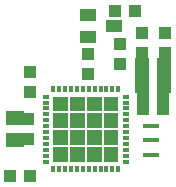
<source format=gbr>
G04 EAGLE Gerber RS-274X export*
G75*
%MOMM*%
%FSLAX34Y34*%
%LPD*%
%INSolderpaste Bottom*%
%IPPOS*%
%AMOC8*
5,1,8,0,0,1.08239X$1,22.5*%
G01*
%ADD10R,1.400000X1.000000*%
%ADD11R,1.100000X1.000000*%
%ADD12R,1.000000X1.100000*%
%ADD13R,1.399997X0.400000*%
%ADD14R,1.300000X1.500000*%
%ADD15R,1.500000X1.300000*%
%ADD16R,0.550000X0.297181*%
%ADD17R,0.297181X0.550000*%

G36*
X-13635Y94474D02*
X-13635Y94474D01*
X-13632Y94473D01*
X-13589Y94493D01*
X-13546Y94511D01*
X-13545Y94513D01*
X-13543Y94514D01*
X-13510Y94599D01*
X-13510Y106823D01*
X-13511Y106825D01*
X-13510Y106827D01*
X-13530Y106870D01*
X-13549Y106914D01*
X-13551Y106914D01*
X-13552Y106916D01*
X-13637Y106949D01*
X-25861Y106949D01*
X-25863Y106948D01*
X-25865Y106949D01*
X-25908Y106929D01*
X-25951Y106911D01*
X-25952Y106909D01*
X-25954Y106908D01*
X-25987Y106823D01*
X-25987Y94599D01*
X-25986Y94597D01*
X-25987Y94595D01*
X-25967Y94552D01*
X-25948Y94508D01*
X-25946Y94508D01*
X-25945Y94506D01*
X-25861Y94473D01*
X-13637Y94473D01*
X-13635Y94474D01*
G37*
G36*
X14814Y94474D02*
X14814Y94474D01*
X14816Y94473D01*
X14859Y94493D01*
X14902Y94511D01*
X14903Y94513D01*
X14905Y94514D01*
X14938Y94599D01*
X14938Y106823D01*
X14937Y106825D01*
X14938Y106827D01*
X14918Y106870D01*
X14899Y106914D01*
X14897Y106914D01*
X14896Y106916D01*
X14812Y106949D01*
X2588Y106949D01*
X2586Y106948D01*
X2583Y106949D01*
X2540Y106929D01*
X2497Y106911D01*
X2496Y106909D01*
X2494Y106908D01*
X2461Y106823D01*
X2461Y94599D01*
X2462Y94597D01*
X2461Y94595D01*
X2481Y94552D01*
X2500Y94508D01*
X2502Y94508D01*
X2503Y94506D01*
X2588Y94473D01*
X14812Y94473D01*
X14814Y94474D01*
G37*
G36*
X590Y94474D02*
X590Y94474D01*
X592Y94473D01*
X635Y94493D01*
X678Y94511D01*
X679Y94513D01*
X681Y94514D01*
X714Y94599D01*
X714Y106823D01*
X713Y106825D01*
X714Y106827D01*
X694Y106870D01*
X675Y106914D01*
X673Y106914D01*
X672Y106916D01*
X588Y106949D01*
X-11637Y106949D01*
X-11639Y106948D01*
X-11641Y106949D01*
X-11684Y106929D01*
X-11727Y106911D01*
X-11728Y106909D01*
X-11730Y106908D01*
X-11763Y106823D01*
X-11763Y94599D01*
X-11762Y94597D01*
X-11763Y94595D01*
X-11743Y94552D01*
X-11724Y94508D01*
X-11722Y94508D01*
X-11721Y94506D01*
X-11637Y94473D01*
X588Y94473D01*
X590Y94474D01*
G37*
G36*
X29038Y94474D02*
X29038Y94474D01*
X29040Y94473D01*
X29083Y94493D01*
X29126Y94511D01*
X29127Y94513D01*
X29129Y94514D01*
X29162Y94599D01*
X29162Y106823D01*
X29161Y106825D01*
X29162Y106827D01*
X29142Y106870D01*
X29123Y106914D01*
X29121Y106914D01*
X29120Y106916D01*
X29036Y106949D01*
X16812Y106949D01*
X16810Y106948D01*
X16807Y106949D01*
X16764Y106929D01*
X16721Y106911D01*
X16720Y106909D01*
X16718Y106908D01*
X16685Y106823D01*
X16685Y94599D01*
X16686Y94597D01*
X16685Y94595D01*
X16705Y94552D01*
X16724Y94508D01*
X16726Y94508D01*
X16727Y94506D01*
X16812Y94473D01*
X29036Y94473D01*
X29038Y94474D01*
G37*
G36*
X14814Y80250D02*
X14814Y80250D01*
X14816Y80249D01*
X14859Y80269D01*
X14902Y80287D01*
X14903Y80289D01*
X14905Y80290D01*
X14938Y80375D01*
X14938Y92599D01*
X14937Y92601D01*
X14938Y92603D01*
X14918Y92646D01*
X14899Y92690D01*
X14897Y92690D01*
X14896Y92692D01*
X14812Y92725D01*
X2588Y92725D01*
X2586Y92724D01*
X2583Y92725D01*
X2540Y92705D01*
X2497Y92687D01*
X2496Y92685D01*
X2494Y92684D01*
X2461Y92599D01*
X2461Y80375D01*
X2462Y80373D01*
X2461Y80371D01*
X2481Y80328D01*
X2500Y80284D01*
X2502Y80284D01*
X2503Y80282D01*
X2588Y80249D01*
X14812Y80249D01*
X14814Y80250D01*
G37*
G36*
X-13635Y80250D02*
X-13635Y80250D01*
X-13632Y80249D01*
X-13589Y80269D01*
X-13546Y80287D01*
X-13545Y80289D01*
X-13543Y80290D01*
X-13510Y80375D01*
X-13510Y92599D01*
X-13511Y92601D01*
X-13510Y92603D01*
X-13530Y92646D01*
X-13549Y92690D01*
X-13551Y92690D01*
X-13552Y92692D01*
X-13637Y92725D01*
X-25861Y92725D01*
X-25863Y92724D01*
X-25865Y92725D01*
X-25908Y92705D01*
X-25951Y92687D01*
X-25952Y92685D01*
X-25954Y92684D01*
X-25987Y92599D01*
X-25987Y80375D01*
X-25986Y80373D01*
X-25987Y80371D01*
X-25967Y80328D01*
X-25948Y80284D01*
X-25946Y80284D01*
X-25945Y80282D01*
X-25861Y80249D01*
X-13637Y80249D01*
X-13635Y80250D01*
G37*
G36*
X590Y80250D02*
X590Y80250D01*
X592Y80249D01*
X635Y80269D01*
X678Y80287D01*
X679Y80289D01*
X681Y80290D01*
X714Y80375D01*
X714Y92599D01*
X713Y92601D01*
X714Y92603D01*
X694Y92646D01*
X675Y92690D01*
X673Y92690D01*
X672Y92692D01*
X588Y92725D01*
X-11637Y92725D01*
X-11639Y92724D01*
X-11641Y92725D01*
X-11684Y92705D01*
X-11727Y92687D01*
X-11728Y92685D01*
X-11730Y92684D01*
X-11763Y92599D01*
X-11763Y80375D01*
X-11762Y80373D01*
X-11763Y80371D01*
X-11743Y80328D01*
X-11724Y80284D01*
X-11722Y80284D01*
X-11721Y80282D01*
X-11637Y80249D01*
X588Y80249D01*
X590Y80250D01*
G37*
G36*
X29038Y80250D02*
X29038Y80250D01*
X29040Y80249D01*
X29083Y80269D01*
X29126Y80287D01*
X29127Y80289D01*
X29129Y80290D01*
X29162Y80375D01*
X29162Y92599D01*
X29161Y92601D01*
X29162Y92603D01*
X29142Y92646D01*
X29123Y92690D01*
X29121Y92690D01*
X29120Y92692D01*
X29036Y92725D01*
X16812Y92725D01*
X16810Y92724D01*
X16807Y92725D01*
X16764Y92705D01*
X16721Y92687D01*
X16720Y92685D01*
X16718Y92684D01*
X16685Y92599D01*
X16685Y80375D01*
X16686Y80373D01*
X16685Y80371D01*
X16705Y80328D01*
X16724Y80284D01*
X16726Y80284D01*
X16727Y80282D01*
X16812Y80249D01*
X29036Y80249D01*
X29038Y80250D01*
G37*
G36*
X-13635Y66026D02*
X-13635Y66026D01*
X-13632Y66025D01*
X-13589Y66045D01*
X-13546Y66063D01*
X-13545Y66065D01*
X-13543Y66066D01*
X-13510Y66151D01*
X-13510Y78375D01*
X-13511Y78377D01*
X-13510Y78379D01*
X-13530Y78422D01*
X-13549Y78466D01*
X-13551Y78466D01*
X-13552Y78468D01*
X-13637Y78501D01*
X-25861Y78501D01*
X-25863Y78500D01*
X-25865Y78501D01*
X-25908Y78481D01*
X-25951Y78463D01*
X-25952Y78461D01*
X-25954Y78460D01*
X-25987Y78375D01*
X-25987Y66151D01*
X-25986Y66149D01*
X-25987Y66147D01*
X-25967Y66104D01*
X-25948Y66060D01*
X-25946Y66060D01*
X-25945Y66058D01*
X-25861Y66025D01*
X-13637Y66025D01*
X-13635Y66026D01*
G37*
G36*
X14814Y66026D02*
X14814Y66026D01*
X14816Y66025D01*
X14859Y66045D01*
X14902Y66063D01*
X14903Y66065D01*
X14905Y66066D01*
X14938Y66151D01*
X14938Y78375D01*
X14937Y78377D01*
X14938Y78379D01*
X14918Y78422D01*
X14899Y78466D01*
X14897Y78466D01*
X14896Y78468D01*
X14812Y78501D01*
X2588Y78501D01*
X2586Y78500D01*
X2583Y78501D01*
X2540Y78481D01*
X2497Y78463D01*
X2496Y78461D01*
X2494Y78460D01*
X2461Y78375D01*
X2461Y66151D01*
X2462Y66149D01*
X2461Y66147D01*
X2481Y66104D01*
X2500Y66060D01*
X2502Y66060D01*
X2503Y66058D01*
X2588Y66025D01*
X14812Y66025D01*
X14814Y66026D01*
G37*
G36*
X590Y66026D02*
X590Y66026D01*
X592Y66025D01*
X635Y66045D01*
X678Y66063D01*
X679Y66065D01*
X681Y66066D01*
X714Y66151D01*
X714Y78375D01*
X713Y78377D01*
X714Y78379D01*
X694Y78422D01*
X675Y78466D01*
X673Y78466D01*
X672Y78468D01*
X588Y78501D01*
X-11637Y78501D01*
X-11639Y78500D01*
X-11641Y78501D01*
X-11684Y78481D01*
X-11727Y78463D01*
X-11728Y78461D01*
X-11730Y78460D01*
X-11763Y78375D01*
X-11763Y66151D01*
X-11762Y66149D01*
X-11763Y66147D01*
X-11743Y66104D01*
X-11724Y66060D01*
X-11722Y66060D01*
X-11721Y66058D01*
X-11637Y66025D01*
X588Y66025D01*
X590Y66026D01*
G37*
G36*
X29038Y66026D02*
X29038Y66026D01*
X29040Y66025D01*
X29083Y66045D01*
X29126Y66063D01*
X29127Y66065D01*
X29129Y66066D01*
X29162Y66151D01*
X29162Y78375D01*
X29161Y78377D01*
X29162Y78379D01*
X29142Y78422D01*
X29123Y78466D01*
X29121Y78466D01*
X29120Y78468D01*
X29036Y78501D01*
X16812Y78501D01*
X16810Y78500D01*
X16807Y78501D01*
X16764Y78481D01*
X16721Y78463D01*
X16720Y78461D01*
X16718Y78460D01*
X16685Y78375D01*
X16685Y66151D01*
X16686Y66149D01*
X16685Y66147D01*
X16705Y66104D01*
X16724Y66060D01*
X16726Y66060D01*
X16727Y66058D01*
X16812Y66025D01*
X29036Y66025D01*
X29038Y66026D01*
G37*
G36*
X590Y51802D02*
X590Y51802D01*
X592Y51801D01*
X635Y51821D01*
X678Y51839D01*
X679Y51841D01*
X681Y51842D01*
X714Y51927D01*
X714Y64151D01*
X713Y64153D01*
X714Y64155D01*
X694Y64198D01*
X675Y64242D01*
X673Y64242D01*
X672Y64244D01*
X588Y64277D01*
X-11637Y64277D01*
X-11639Y64276D01*
X-11641Y64277D01*
X-11684Y64257D01*
X-11727Y64239D01*
X-11728Y64237D01*
X-11730Y64236D01*
X-11763Y64151D01*
X-11763Y51927D01*
X-11762Y51925D01*
X-11763Y51923D01*
X-11743Y51880D01*
X-11724Y51836D01*
X-11722Y51836D01*
X-11721Y51834D01*
X-11637Y51801D01*
X588Y51801D01*
X590Y51802D01*
G37*
G36*
X14814Y51802D02*
X14814Y51802D01*
X14816Y51801D01*
X14859Y51821D01*
X14902Y51839D01*
X14903Y51841D01*
X14905Y51842D01*
X14938Y51927D01*
X14938Y64151D01*
X14937Y64153D01*
X14938Y64155D01*
X14918Y64198D01*
X14899Y64242D01*
X14897Y64242D01*
X14896Y64244D01*
X14812Y64277D01*
X2588Y64277D01*
X2586Y64276D01*
X2583Y64277D01*
X2540Y64257D01*
X2497Y64239D01*
X2496Y64237D01*
X2494Y64236D01*
X2461Y64151D01*
X2461Y51927D01*
X2462Y51925D01*
X2461Y51923D01*
X2481Y51880D01*
X2500Y51836D01*
X2502Y51836D01*
X2503Y51834D01*
X2588Y51801D01*
X14812Y51801D01*
X14814Y51802D01*
G37*
G36*
X29038Y51802D02*
X29038Y51802D01*
X29040Y51801D01*
X29083Y51821D01*
X29126Y51839D01*
X29127Y51841D01*
X29129Y51842D01*
X29162Y51927D01*
X29162Y64151D01*
X29161Y64153D01*
X29162Y64155D01*
X29142Y64198D01*
X29123Y64242D01*
X29121Y64242D01*
X29120Y64244D01*
X29036Y64277D01*
X16812Y64277D01*
X16810Y64276D01*
X16807Y64277D01*
X16764Y64257D01*
X16721Y64239D01*
X16720Y64237D01*
X16718Y64236D01*
X16685Y64151D01*
X16685Y51927D01*
X16686Y51925D01*
X16685Y51923D01*
X16705Y51880D01*
X16724Y51836D01*
X16726Y51836D01*
X16727Y51834D01*
X16812Y51801D01*
X29036Y51801D01*
X29038Y51802D01*
G37*
G36*
X-13635Y51802D02*
X-13635Y51802D01*
X-13632Y51801D01*
X-13589Y51821D01*
X-13546Y51839D01*
X-13545Y51841D01*
X-13543Y51842D01*
X-13510Y51927D01*
X-13510Y64151D01*
X-13511Y64153D01*
X-13510Y64155D01*
X-13530Y64198D01*
X-13549Y64242D01*
X-13551Y64242D01*
X-13552Y64244D01*
X-13637Y64277D01*
X-25861Y64277D01*
X-25863Y64276D01*
X-25865Y64277D01*
X-25908Y64257D01*
X-25951Y64239D01*
X-25952Y64237D01*
X-25954Y64236D01*
X-25987Y64151D01*
X-25987Y51927D01*
X-25986Y51925D01*
X-25987Y51923D01*
X-25967Y51880D01*
X-25948Y51836D01*
X-25946Y51836D01*
X-25945Y51834D01*
X-25861Y51801D01*
X-13637Y51801D01*
X-13635Y51802D01*
G37*
D10*
X25288Y166688D03*
X3288Y176188D03*
X3288Y157188D03*
D11*
X30163Y151375D03*
X30163Y134375D03*
D12*
X26425Y179388D03*
X43425Y179388D03*
D11*
X3175Y143438D03*
X3175Y126438D03*
D13*
X57150Y57850D03*
X57150Y69850D03*
X57150Y81850D03*
D11*
X-46038Y127563D03*
X-46038Y110563D03*
D12*
X-45475Y39688D03*
X-62475Y39688D03*
D11*
X68263Y143900D03*
X68263Y160900D03*
X50238Y106363D03*
X67238Y106363D03*
X50238Y96838D03*
X67238Y96838D03*
D12*
X-47625Y87875D03*
X-47625Y70875D03*
D14*
X49238Y117475D03*
X68238Y117475D03*
X49238Y131763D03*
X68238Y131763D03*
D15*
X-58738Y88875D03*
X-58738Y69875D03*
D11*
X49213Y143900D03*
X49213Y160900D03*
D16*
X35388Y106882D03*
X35388Y101881D03*
X35388Y96879D03*
X35388Y91878D03*
X35388Y86877D03*
X35388Y81876D03*
X35388Y76874D03*
X35388Y71873D03*
X35388Y66872D03*
X35388Y61871D03*
X35388Y56869D03*
X35388Y51868D03*
D17*
X29095Y45575D03*
X24094Y45575D03*
X19092Y45575D03*
X14091Y45575D03*
X9090Y45575D03*
X4089Y45575D03*
X-914Y45575D03*
X-5915Y45575D03*
X-10916Y45575D03*
X-15917Y45575D03*
X-20919Y45575D03*
X-25920Y45575D03*
D16*
X-32213Y51868D03*
X-32213Y56869D03*
X-32213Y61871D03*
X-32213Y66872D03*
X-32213Y71873D03*
X-32213Y76874D03*
X-32213Y81876D03*
X-32213Y86877D03*
X-32213Y91878D03*
X-32213Y96879D03*
X-32213Y101881D03*
X-32213Y106882D03*
D17*
X-25920Y113175D03*
X-20919Y113175D03*
X-15917Y113175D03*
X-10916Y113175D03*
X-5915Y113175D03*
X-914Y113175D03*
X4089Y113175D03*
X9090Y113175D03*
X14091Y113175D03*
X19092Y113175D03*
X24094Y113175D03*
X29095Y113175D03*
M02*

</source>
